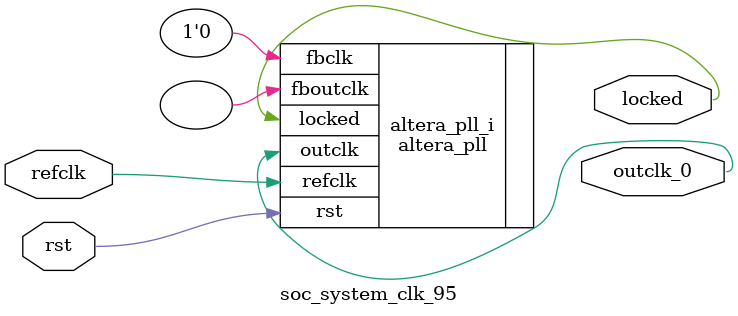
<source format=v>
`timescale 1ns/10ps
module  soc_system_clk_95(

	// interface 'refclk'
	input wire refclk,

	// interface 'reset'
	input wire rst,

	// interface 'outclk0'
	output wire outclk_0,

	// interface 'locked'
	output wire locked
);

	altera_pll #(
		.fractional_vco_multiplier("false"),
		.reference_clock_frequency("50.0 MHz"),
		.operation_mode("direct"),
		.number_of_clocks(1),
		.output_clock_frequency0("95.000000 MHz"),
		.phase_shift0("0 ps"),
		.duty_cycle0(50),
		.output_clock_frequency1("0 MHz"),
		.phase_shift1("0 ps"),
		.duty_cycle1(50),
		.output_clock_frequency2("0 MHz"),
		.phase_shift2("0 ps"),
		.duty_cycle2(50),
		.output_clock_frequency3("0 MHz"),
		.phase_shift3("0 ps"),
		.duty_cycle3(50),
		.output_clock_frequency4("0 MHz"),
		.phase_shift4("0 ps"),
		.duty_cycle4(50),
		.output_clock_frequency5("0 MHz"),
		.phase_shift5("0 ps"),
		.duty_cycle5(50),
		.output_clock_frequency6("0 MHz"),
		.phase_shift6("0 ps"),
		.duty_cycle6(50),
		.output_clock_frequency7("0 MHz"),
		.phase_shift7("0 ps"),
		.duty_cycle7(50),
		.output_clock_frequency8("0 MHz"),
		.phase_shift8("0 ps"),
		.duty_cycle8(50),
		.output_clock_frequency9("0 MHz"),
		.phase_shift9("0 ps"),
		.duty_cycle9(50),
		.output_clock_frequency10("0 MHz"),
		.phase_shift10("0 ps"),
		.duty_cycle10(50),
		.output_clock_frequency11("0 MHz"),
		.phase_shift11("0 ps"),
		.duty_cycle11(50),
		.output_clock_frequency12("0 MHz"),
		.phase_shift12("0 ps"),
		.duty_cycle12(50),
		.output_clock_frequency13("0 MHz"),
		.phase_shift13("0 ps"),
		.duty_cycle13(50),
		.output_clock_frequency14("0 MHz"),
		.phase_shift14("0 ps"),
		.duty_cycle14(50),
		.output_clock_frequency15("0 MHz"),
		.phase_shift15("0 ps"),
		.duty_cycle15(50),
		.output_clock_frequency16("0 MHz"),
		.phase_shift16("0 ps"),
		.duty_cycle16(50),
		.output_clock_frequency17("0 MHz"),
		.phase_shift17("0 ps"),
		.duty_cycle17(50),
		.pll_type("General"),
		.pll_subtype("General")
	) altera_pll_i (
		.rst	(rst),
		.outclk	({outclk_0}),
		.locked	(locked),
		.fboutclk	( ),
		.fbclk	(1'b0),
		.refclk	(refclk)
	);
endmodule


</source>
